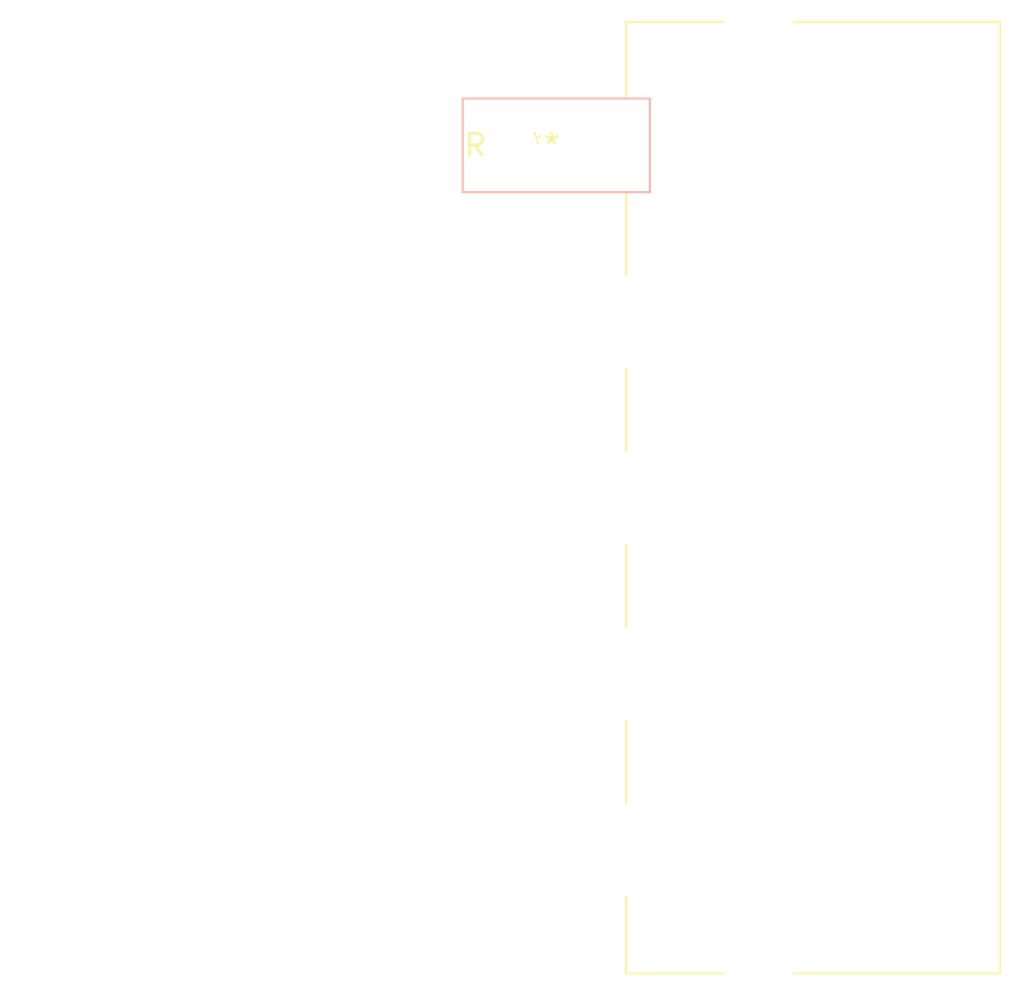
<source format=kicad_pcb>
(kicad_pcb (version 20240108) (generator pcbnew)
  (layers (0 "F.Cu" signal) (31 "B.Cu" signal) (34 "B.Paste" user) (35 "F.Paste" user) (36 "B.SilkS" user "B.Silkscreen") (37 "F.SilkS" user "F.Silkscreen") (38 "B.Mask" user) (39 "F.Mask" user) (44 "Edge.Cuts" user))
  (net 0 "")
  (footprint "Molex_Mini-Fit_Sr_42820-52XX_1x05_P10.00mm_Horizontal" (layer "F.Cu") (at 0 0)
    (property "Reference" "REF**")
    (property "Value" "Molex_Mini-Fit_Sr_42820-52XX_1x05_P10.00mm_Horizontal")
    (fp_line (start -2.81 -2.66) (end -2.81 2.66) (layer "B.SilkS") (stroke (width 0.12)))
    (fp_line (start -2.81 2.66) (end 7.81 2.66) (layer "B.SilkS") (stroke (width 0.12)))
    (fp_line (start 7.81 -2.66) (end -2.81 -2.66) (layer "B.SilkS") (stroke (width 0.12)))
    (fp_line (start 7.81 2.66) (end 7.81 -2.66) (layer "B.SilkS") (stroke (width 0.12)))
    (fp_line (start 6.45 -7.02) (end 12 -7.02) (layer "F.SilkS") (stroke (width 0.12)))
    (fp_line (start 6.45 -2.66) (end -2.55 -2.66) (layer "F.SilkS") (stroke (width 0.12)))
    (fp_line (start 6.45 -2.66) (end 6.45 -7.02) (layer "F.SilkS") (stroke (width 0.12)))
    (fp_line (start 6.45 2.66) (end 6.45 7.34) (layer "F.SilkS") (stroke (width 0.12)))
    (fp_line (start 6.45 12.66) (end 6.45 17.34) (layer "F.SilkS") (stroke (width 0.12)))
    (fp_line (start 6.45 22.66) (end 6.45 27.34) (layer "F.SilkS") (stroke (width 0.12)))
    (fp_line (start 6.45 32.66) (end 6.45 37.34) (layer "F.SilkS") (stroke (width 0.12)))
    (fp_line (start 6.45 42.66) (end 6.45 47.02) (layer "F.SilkS") (stroke (width 0.12)))
    (fp_line (start 6.45 47.02) (end 12 47.02) (layer "F.SilkS") (stroke (width 0.12)))
    (fp_line (start 16 -7.02) (end 27.67 -7.02) (layer "F.SilkS") (stroke (width 0.12)))
    (fp_line (start 16 47.02) (end 27.67 47.02) (layer "F.SilkS") (stroke (width 0.12)))
    (fp_line (start 27.67 -7.02) (end 27.67 20) (layer "F.SilkS") (stroke (width 0.12)))
    (fp_line (start 27.67 47.02) (end 27.67 20) (layer "F.SilkS") (stroke (width 0.12)))
    (pad "" thru_hole circle (at 14 -5.73) (size 4 4) (drill 3) (layers *.Cu *.Mask) (remove_unused_layers))
    (pad "" thru_hole circle (at 14 45.73) (size 4 4) (drill 3) (layers *.Cu *.Mask) (remove_unused_layers))
    (pad "1" thru_hole rect (at 0 0) (size 5.1 4.8) (drill 2.8) (layers *.Cu *.Mask) (remove_unused_layers))
    (pad "1" thru_hole rect (at 5 0) (size 5.1 4.8) (drill 2.8) (layers *.Cu *.Mask) (remove_unused_layers))
    (pad "2" thru_hole rect (at 0 10) (size 5.1 4.8) (drill 2.8) (layers *.Cu *.Mask) (remove_unused_layers))
    (pad "2" thru_hole rect (at 5 10) (size 5.1 4.8) (drill 2.8) (layers *.Cu *.Mask) (remove_unused_layers))
    (pad "3" thru_hole rect (at 0 20) (size 5.1 4.8) (drill 2.8) (layers *.Cu *.Mask) (remove_unused_layers))
    (pad "3" thru_hole rect (at 5 20) (size 5.1 4.8) (drill 2.8) (layers *.Cu *.Mask) (remove_unused_layers))
    (pad "4" thru_hole rect (at 0 30) (size 5.1 4.8) (drill 2.8) (layers *.Cu *.Mask) (remove_unused_layers))
    (pad "4" thru_hole rect (at 5 30) (size 5.1 4.8) (drill 2.8) (layers *.Cu *.Mask) (remove_unused_layers))
    (pad "5" thru_hole rect (at 0 40) (size 5.1 4.8) (drill 2.8) (layers *.Cu *.Mask) (remove_unused_layers))
    (pad "5" thru_hole rect (at 5 40) (size 5.1 4.8) (drill 2.8) (layers *.Cu *.Mask) (remove_unused_layers))
  )
)
</source>
